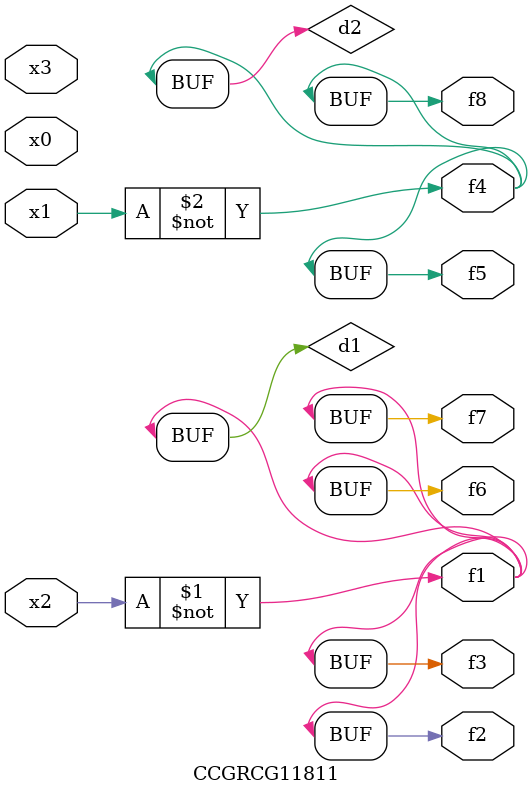
<source format=v>
module CCGRCG11811(
	input x0, x1, x2, x3,
	output f1, f2, f3, f4, f5, f6, f7, f8
);

	wire d1, d2;

	xnor (d1, x2);
	not (d2, x1);
	assign f1 = d1;
	assign f2 = d1;
	assign f3 = d1;
	assign f4 = d2;
	assign f5 = d2;
	assign f6 = d1;
	assign f7 = d1;
	assign f8 = d2;
endmodule

</source>
